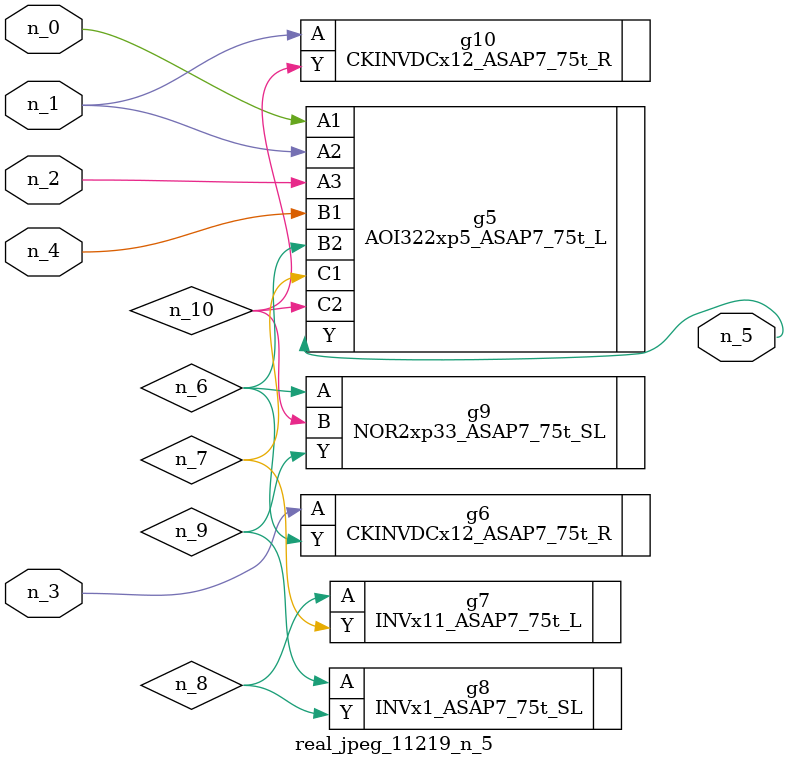
<source format=v>
module real_jpeg_11219_n_5 (n_4, n_0, n_1, n_2, n_3, n_5);

input n_4;
input n_0;
input n_1;
input n_2;
input n_3;

output n_5;

wire n_8;
wire n_6;
wire n_7;
wire n_10;
wire n_9;

AOI322xp5_ASAP7_75t_L g5 ( 
.A1(n_0),
.A2(n_1),
.A3(n_2),
.B1(n_4),
.B2(n_6),
.C1(n_7),
.C2(n_10),
.Y(n_5)
);

CKINVDCx12_ASAP7_75t_R g10 ( 
.A(n_1),
.Y(n_10)
);

CKINVDCx12_ASAP7_75t_R g6 ( 
.A(n_3),
.Y(n_6)
);

NOR2xp33_ASAP7_75t_SL g9 ( 
.A(n_6),
.B(n_10),
.Y(n_9)
);

INVx11_ASAP7_75t_L g7 ( 
.A(n_8),
.Y(n_7)
);

INVx1_ASAP7_75t_SL g8 ( 
.A(n_9),
.Y(n_8)
);


endmodule
</source>
